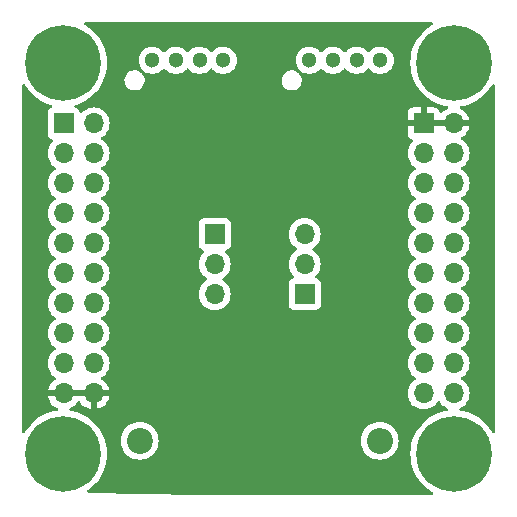
<source format=gbr>
%TF.GenerationSoftware,KiCad,Pcbnew,7.0.9*%
%TF.CreationDate,2023-12-29T11:45:24+09:00*%
%TF.ProjectId,CAT4238_Unit,43415434-3233-4385-9f55-6e69742e6b69,rev?*%
%TF.SameCoordinates,Original*%
%TF.FileFunction,Copper,L4,Inr*%
%TF.FilePolarity,Positive*%
%FSLAX46Y46*%
G04 Gerber Fmt 4.6, Leading zero omitted, Abs format (unit mm)*
G04 Created by KiCad (PCBNEW 7.0.9) date 2023-12-29 11:45:24*
%MOMM*%
%LPD*%
G01*
G04 APERTURE LIST*
%TA.AperFunction,ComponentPad*%
%ADD10R,1.700000X1.700000*%
%TD*%
%TA.AperFunction,ComponentPad*%
%ADD11O,1.700000X1.700000*%
%TD*%
%TA.AperFunction,ComponentPad*%
%ADD12C,0.800000*%
%TD*%
%TA.AperFunction,ComponentPad*%
%ADD13C,6.400000*%
%TD*%
%TA.AperFunction,ComponentPad*%
%ADD14C,2.200000*%
%TD*%
%TA.AperFunction,ComponentPad*%
%ADD15O,2.200000X2.200000*%
%TD*%
%TA.AperFunction,ComponentPad*%
%ADD16C,1.300000*%
%TD*%
G04 APERTURE END LIST*
D10*
%TO.N,+5V*%
%TO.C,J5*%
X135890000Y-81240000D03*
D11*
X138430000Y-81240000D03*
%TO.N,/EN*%
X135890000Y-83780000D03*
%TO.N,/IO34*%
X138430000Y-83780000D03*
%TO.N,/IO32*%
X135890000Y-86320000D03*
%TO.N,/IO35*%
X138430000Y-86320000D03*
%TO.N,/IO25*%
X135890000Y-88860000D03*
%TO.N,/IO33*%
X138430000Y-88860000D03*
%TO.N,/IO27*%
X135890000Y-91400000D03*
%TO.N,/IO26*%
X138430000Y-91400000D03*
%TO.N,/IO12*%
X135890000Y-93940000D03*
%TO.N,/IO14*%
X138430000Y-93940000D03*
%TO.N,unconnected-(J5-Pin_13-Pad13)*%
X135890000Y-96480000D03*
%TO.N,unconnected-(J5-Pin_14-Pad14)*%
X138430000Y-96480000D03*
%TO.N,unconnected-(J5-Pin_15-Pad15)*%
X135890000Y-99020000D03*
%TO.N,unconnected-(J5-Pin_16-Pad16)*%
X138430000Y-99020000D03*
%TO.N,GND*%
X135890000Y-101560000D03*
X138430000Y-101560000D03*
%TO.N,+3V3*%
X135890000Y-104100000D03*
X138430000Y-104100000D03*
%TD*%
D12*
%TO.N,N/C*%
%TO.C,H2*%
X133450000Y-109220000D03*
X134152944Y-107522944D03*
X134152944Y-110917056D03*
X135850000Y-106820000D03*
D13*
X135850000Y-109220000D03*
D12*
X135850000Y-111620000D03*
X137547056Y-107522944D03*
X137547056Y-110917056D03*
X138250000Y-109220000D03*
%TD*%
D14*
%TO.N,+5V*%
%TO.C,L1*%
X142340000Y-108100000D03*
D15*
%TO.N,Net-(IC1-SW)*%
X162660000Y-108100000D03*
%TD*%
D12*
%TO.N,N/C*%
%TO.C,H1*%
X133450000Y-76120000D03*
X134152944Y-74422944D03*
X134152944Y-77817056D03*
X135850000Y-73720000D03*
D13*
X135850000Y-76120000D03*
D12*
X135850000Y-78520000D03*
X137547056Y-74422944D03*
X137547056Y-77817056D03*
X138250000Y-76120000D03*
%TD*%
D10*
%TO.N,+3V3*%
%TO.C,J6*%
X166370000Y-81240000D03*
D11*
X168910000Y-81240000D03*
%TO.N,GND*%
X166370000Y-83780000D03*
X168910000Y-83780000D03*
%TO.N,/TXD0*%
X166370000Y-86320000D03*
%TO.N,/IO22*%
X168910000Y-86320000D03*
%TO.N,/IO21*%
X166370000Y-88860000D03*
%TO.N,/RXD0*%
X168910000Y-88860000D03*
%TO.N,/IO18*%
X166370000Y-91400000D03*
%TO.N,/IO19*%
X168910000Y-91400000D03*
%TO.N,/IO17*%
X166370000Y-93940000D03*
%TO.N,/IO5*%
X168910000Y-93940000D03*
%TO.N,/IO4*%
X166370000Y-96480000D03*
%TO.N,/IO16*%
X168910000Y-96480000D03*
%TO.N,/IO2*%
X166370000Y-99020000D03*
%TO.N,/IO0*%
X168910000Y-99020000D03*
%TO.N,/IO15*%
X166370000Y-101560000D03*
%TO.N,/IO13*%
X168910000Y-101560000D03*
%TO.N,+5V*%
X166370000Y-104100000D03*
X168910000Y-104100000D03*
%TD*%
D16*
%TO.N,GND*%
%TO.C,J2*%
X143400000Y-75900000D03*
%TO.N,/IO21*%
X145400000Y-75900000D03*
%TO.N,/IO32*%
X147400000Y-75900000D03*
%TO.N,+5V*%
X149400000Y-75900000D03*
%TD*%
D12*
%TO.N,N/C*%
%TO.C,H3*%
X166550000Y-76120000D03*
X167252944Y-74422944D03*
X167252944Y-77817056D03*
X168950000Y-73720000D03*
D13*
X168950000Y-76120000D03*
D12*
X168950000Y-78520000D03*
X170647056Y-74422944D03*
X170647056Y-77817056D03*
X171350000Y-76120000D03*
%TD*%
D10*
%TO.N,/SHDN*%
%TO.C,J3*%
X148680000Y-90620000D03*
D11*
%TO.N,unconnected-(J3-Pin_2-Pad2)*%
X148680000Y-93160000D03*
%TO.N,+5V*%
X148680000Y-95700000D03*
%TD*%
D16*
%TO.N,GND*%
%TO.C,J1*%
X156700000Y-75900000D03*
%TO.N,/IO21*%
X158700000Y-75900000D03*
%TO.N,/LED_-*%
X160700000Y-75900000D03*
%TO.N,/LED_+*%
X162700000Y-75900000D03*
%TD*%
D12*
%TO.N,N/C*%
%TO.C,H4*%
X166550000Y-109220000D03*
X167252944Y-107522944D03*
X167252944Y-110917056D03*
X168950000Y-106820000D03*
D13*
X168950000Y-109220000D03*
D12*
X168950000Y-111620000D03*
X170647056Y-107522944D03*
X170647056Y-110917056D03*
X171350000Y-109220000D03*
%TD*%
D10*
%TO.N,Net-(IC1-SW)*%
%TO.C,J4*%
X156300000Y-95700000D03*
D11*
%TO.N,GND*%
X156300000Y-93160000D03*
%TO.N,/LED_-*%
X156300000Y-90620000D03*
%TD*%
%TA.AperFunction,Conductor*%
%TO.N,+3V3*%
G36*
X167119515Y-72690185D02*
G01*
X167165270Y-72742989D01*
X167175214Y-72812147D01*
X167146189Y-72875703D01*
X167108770Y-72904985D01*
X167097211Y-72910874D01*
X167097208Y-72910875D01*
X166771917Y-73122122D01*
X166470488Y-73366215D01*
X166470480Y-73366222D01*
X166196222Y-73640480D01*
X166196215Y-73640488D01*
X165952122Y-73941917D01*
X165740877Y-74267206D01*
X165564787Y-74612802D01*
X165425788Y-74974905D01*
X165325397Y-75349570D01*
X165325397Y-75349572D01*
X165264722Y-75732660D01*
X165244422Y-76119999D01*
X165244422Y-76120000D01*
X165264722Y-76507339D01*
X165314806Y-76823556D01*
X165325398Y-76890433D01*
X165408150Y-77199270D01*
X165425788Y-77265094D01*
X165564787Y-77627197D01*
X165740877Y-77972793D01*
X165952122Y-78298082D01*
X166043345Y-78410733D01*
X166196219Y-78599516D01*
X166470484Y-78873781D01*
X166470488Y-78873784D01*
X166771917Y-79117877D01*
X167097206Y-79329122D01*
X167097211Y-79329125D01*
X167442806Y-79505214D01*
X167804913Y-79644214D01*
X168179567Y-79744602D01*
X168333560Y-79768991D01*
X168396693Y-79798920D01*
X168433625Y-79858231D01*
X168432627Y-79928094D01*
X168394018Y-79986326D01*
X168366567Y-80003846D01*
X168232419Y-80066401D01*
X168038926Y-80201886D01*
X167916477Y-80324335D01*
X167855154Y-80357819D01*
X167785462Y-80352835D01*
X167729529Y-80310963D01*
X167712614Y-80279986D01*
X167663354Y-80147913D01*
X167663350Y-80147906D01*
X167577190Y-80032812D01*
X167577187Y-80032809D01*
X167462093Y-79946649D01*
X167462086Y-79946645D01*
X167327379Y-79896403D01*
X167327372Y-79896401D01*
X167267844Y-79890000D01*
X166620000Y-79890000D01*
X166620000Y-80804498D01*
X166512315Y-80755320D01*
X166405763Y-80740000D01*
X166334237Y-80740000D01*
X166227685Y-80755320D01*
X166120000Y-80804498D01*
X166120000Y-79890000D01*
X165472155Y-79890000D01*
X165412627Y-79896401D01*
X165412620Y-79896403D01*
X165277913Y-79946645D01*
X165277906Y-79946649D01*
X165162812Y-80032809D01*
X165162809Y-80032812D01*
X165076649Y-80147906D01*
X165076645Y-80147913D01*
X165026403Y-80282620D01*
X165026401Y-80282627D01*
X165020000Y-80342155D01*
X165020000Y-80990000D01*
X165936314Y-80990000D01*
X165910507Y-81030156D01*
X165870000Y-81168111D01*
X165870000Y-81311889D01*
X165910507Y-81449844D01*
X165936314Y-81490000D01*
X165020000Y-81490000D01*
X165020000Y-82137844D01*
X165026401Y-82197372D01*
X165026403Y-82197379D01*
X165076645Y-82332086D01*
X165076649Y-82332093D01*
X165162809Y-82447187D01*
X165162812Y-82447190D01*
X165277906Y-82533350D01*
X165277913Y-82533354D01*
X165409470Y-82582421D01*
X165465403Y-82624292D01*
X165489821Y-82689756D01*
X165474970Y-82758029D01*
X165453819Y-82786284D01*
X165331503Y-82908600D01*
X165195965Y-83102169D01*
X165195964Y-83102171D01*
X165096098Y-83316335D01*
X165096094Y-83316344D01*
X165034938Y-83544586D01*
X165034936Y-83544596D01*
X165014341Y-83779999D01*
X165014341Y-83780000D01*
X165034936Y-84015403D01*
X165034938Y-84015413D01*
X165096094Y-84243655D01*
X165096096Y-84243659D01*
X165096097Y-84243663D01*
X165100000Y-84252032D01*
X165195965Y-84457830D01*
X165195967Y-84457834D01*
X165304281Y-84612521D01*
X165331501Y-84651396D01*
X165331506Y-84651402D01*
X165498597Y-84818493D01*
X165498603Y-84818498D01*
X165684158Y-84948425D01*
X165727783Y-85003002D01*
X165734977Y-85072500D01*
X165703454Y-85134855D01*
X165684158Y-85151575D01*
X165498597Y-85281505D01*
X165331505Y-85448597D01*
X165195965Y-85642169D01*
X165195964Y-85642171D01*
X165096098Y-85856335D01*
X165096094Y-85856344D01*
X165034938Y-86084586D01*
X165034936Y-86084596D01*
X165014341Y-86319999D01*
X165014341Y-86320000D01*
X165034936Y-86555403D01*
X165034938Y-86555413D01*
X165096094Y-86783655D01*
X165096096Y-86783659D01*
X165096097Y-86783663D01*
X165100000Y-86792032D01*
X165195965Y-86997830D01*
X165195967Y-86997834D01*
X165304281Y-87152521D01*
X165331501Y-87191396D01*
X165331506Y-87191402D01*
X165498597Y-87358493D01*
X165498603Y-87358498D01*
X165684158Y-87488425D01*
X165727783Y-87543002D01*
X165734977Y-87612500D01*
X165703454Y-87674855D01*
X165684158Y-87691575D01*
X165498597Y-87821505D01*
X165331505Y-87988597D01*
X165195965Y-88182169D01*
X165195964Y-88182171D01*
X165096098Y-88396335D01*
X165096094Y-88396344D01*
X165034938Y-88624586D01*
X165034936Y-88624596D01*
X165014341Y-88859999D01*
X165014341Y-88860000D01*
X165034936Y-89095403D01*
X165034938Y-89095413D01*
X165096094Y-89323655D01*
X165096096Y-89323659D01*
X165096097Y-89323663D01*
X165176004Y-89495023D01*
X165195965Y-89537830D01*
X165195967Y-89537834D01*
X165226547Y-89581506D01*
X165331501Y-89731396D01*
X165331506Y-89731402D01*
X165498597Y-89898493D01*
X165498603Y-89898498D01*
X165684158Y-90028425D01*
X165727783Y-90083002D01*
X165734977Y-90152500D01*
X165703454Y-90214855D01*
X165684158Y-90231575D01*
X165498597Y-90361505D01*
X165331505Y-90528597D01*
X165195965Y-90722169D01*
X165195964Y-90722171D01*
X165096098Y-90936335D01*
X165096094Y-90936344D01*
X165034938Y-91164586D01*
X165034936Y-91164596D01*
X165014341Y-91399999D01*
X165014341Y-91400000D01*
X165034936Y-91635403D01*
X165034938Y-91635413D01*
X165096094Y-91863655D01*
X165096096Y-91863659D01*
X165096097Y-91863663D01*
X165145916Y-91970499D01*
X165195965Y-92077830D01*
X165195967Y-92077834D01*
X165258174Y-92166674D01*
X165331501Y-92271396D01*
X165331506Y-92271402D01*
X165498597Y-92438493D01*
X165498603Y-92438498D01*
X165684158Y-92568425D01*
X165727783Y-92623002D01*
X165734977Y-92692500D01*
X165703454Y-92754855D01*
X165684158Y-92771575D01*
X165498597Y-92901505D01*
X165331505Y-93068597D01*
X165195965Y-93262169D01*
X165195964Y-93262171D01*
X165096098Y-93476335D01*
X165096094Y-93476344D01*
X165034938Y-93704586D01*
X165034936Y-93704596D01*
X165014341Y-93939999D01*
X165014341Y-93940000D01*
X165034936Y-94175403D01*
X165034938Y-94175413D01*
X165096094Y-94403655D01*
X165096096Y-94403659D01*
X165096097Y-94403663D01*
X165130294Y-94476998D01*
X165195965Y-94617830D01*
X165195967Y-94617834D01*
X165226547Y-94661506D01*
X165331501Y-94811396D01*
X165331506Y-94811402D01*
X165498597Y-94978493D01*
X165498603Y-94978498D01*
X165684158Y-95108425D01*
X165727783Y-95163002D01*
X165734977Y-95232500D01*
X165703454Y-95294855D01*
X165684158Y-95311575D01*
X165498597Y-95441505D01*
X165331505Y-95608597D01*
X165195965Y-95802169D01*
X165195964Y-95802171D01*
X165096098Y-96016335D01*
X165096094Y-96016344D01*
X165034938Y-96244586D01*
X165034936Y-96244596D01*
X165014341Y-96479999D01*
X165014341Y-96480000D01*
X165034936Y-96715403D01*
X165034938Y-96715413D01*
X165096094Y-96943655D01*
X165096096Y-96943659D01*
X165096097Y-96943663D01*
X165145915Y-97050498D01*
X165195965Y-97157830D01*
X165195967Y-97157834D01*
X165304281Y-97312521D01*
X165331501Y-97351396D01*
X165331506Y-97351402D01*
X165498597Y-97518493D01*
X165498603Y-97518498D01*
X165684158Y-97648425D01*
X165727783Y-97703002D01*
X165734977Y-97772500D01*
X165703454Y-97834855D01*
X165684158Y-97851575D01*
X165498597Y-97981505D01*
X165331505Y-98148597D01*
X165195965Y-98342169D01*
X165195964Y-98342171D01*
X165096098Y-98556335D01*
X165096094Y-98556344D01*
X165034938Y-98784586D01*
X165034936Y-98784596D01*
X165014341Y-99019999D01*
X165014341Y-99020000D01*
X165034936Y-99255403D01*
X165034938Y-99255413D01*
X165096094Y-99483655D01*
X165096096Y-99483659D01*
X165096097Y-99483663D01*
X165100000Y-99492032D01*
X165195965Y-99697830D01*
X165195967Y-99697834D01*
X165304281Y-99852521D01*
X165331501Y-99891396D01*
X165331506Y-99891402D01*
X165498597Y-100058493D01*
X165498603Y-100058498D01*
X165684158Y-100188425D01*
X165727783Y-100243002D01*
X165734977Y-100312500D01*
X165703454Y-100374855D01*
X165684158Y-100391575D01*
X165498597Y-100521505D01*
X165331505Y-100688597D01*
X165195965Y-100882169D01*
X165195964Y-100882171D01*
X165096098Y-101096335D01*
X165096094Y-101096344D01*
X165034938Y-101324586D01*
X165034936Y-101324596D01*
X165014341Y-101559999D01*
X165014341Y-101560000D01*
X165034936Y-101795403D01*
X165034938Y-101795413D01*
X165096094Y-102023655D01*
X165096096Y-102023659D01*
X165096097Y-102023663D01*
X165100000Y-102032032D01*
X165195965Y-102237830D01*
X165195967Y-102237834D01*
X165304281Y-102392521D01*
X165331501Y-102431396D01*
X165331506Y-102431402D01*
X165498597Y-102598493D01*
X165498603Y-102598498D01*
X165684158Y-102728425D01*
X165727783Y-102783002D01*
X165734977Y-102852500D01*
X165703454Y-102914855D01*
X165684158Y-102931575D01*
X165498597Y-103061505D01*
X165331505Y-103228597D01*
X165195965Y-103422169D01*
X165195964Y-103422171D01*
X165096098Y-103636335D01*
X165096094Y-103636344D01*
X165034938Y-103864586D01*
X165034936Y-103864596D01*
X165014341Y-104099999D01*
X165014341Y-104100000D01*
X165034936Y-104335403D01*
X165034938Y-104335413D01*
X165096094Y-104563655D01*
X165096096Y-104563659D01*
X165096097Y-104563663D01*
X165175597Y-104734151D01*
X165195965Y-104777830D01*
X165195967Y-104777834D01*
X165304281Y-104932521D01*
X165331505Y-104971401D01*
X165498599Y-105138495D01*
X165595384Y-105206265D01*
X165692165Y-105274032D01*
X165692167Y-105274033D01*
X165692170Y-105274035D01*
X165906337Y-105373903D01*
X166134592Y-105435063D01*
X166322918Y-105451539D01*
X166369999Y-105455659D01*
X166370000Y-105455659D01*
X166370001Y-105455659D01*
X166409234Y-105452226D01*
X166605408Y-105435063D01*
X166833663Y-105373903D01*
X167047830Y-105274035D01*
X167241401Y-105138495D01*
X167408495Y-104971401D01*
X167538425Y-104785842D01*
X167593002Y-104742217D01*
X167662500Y-104735023D01*
X167724855Y-104766546D01*
X167741575Y-104785842D01*
X167871500Y-104971395D01*
X167871505Y-104971401D01*
X168038599Y-105138495D01*
X168135384Y-105206265D01*
X168232165Y-105274032D01*
X168232167Y-105274033D01*
X168232170Y-105274035D01*
X168336003Y-105322453D01*
X168365682Y-105336293D01*
X168418121Y-105382466D01*
X168437273Y-105449659D01*
X168417057Y-105516540D01*
X168363892Y-105561875D01*
X168332675Y-105571148D01*
X168179572Y-105595397D01*
X168179570Y-105595397D01*
X167804905Y-105695788D01*
X167442802Y-105834787D01*
X167097206Y-106010877D01*
X166771917Y-106222122D01*
X166470488Y-106466215D01*
X166470480Y-106466222D01*
X166196222Y-106740480D01*
X166196215Y-106740488D01*
X165952122Y-107041917D01*
X165740877Y-107367206D01*
X165564787Y-107712802D01*
X165425788Y-108074905D01*
X165325397Y-108449570D01*
X165325397Y-108449572D01*
X165264722Y-108832660D01*
X165244422Y-109219999D01*
X165244422Y-109220000D01*
X165264722Y-109607339D01*
X165325397Y-109990427D01*
X165325397Y-109990429D01*
X165425788Y-110365094D01*
X165564787Y-110727197D01*
X165740877Y-111072793D01*
X165952122Y-111398082D01*
X165952124Y-111398084D01*
X166196219Y-111699516D01*
X166470484Y-111973781D01*
X166470488Y-111973784D01*
X166771917Y-112217877D01*
X167097208Y-112429124D01*
X167097211Y-112429125D01*
X167108770Y-112435015D01*
X167159566Y-112482989D01*
X167176362Y-112550809D01*
X167153825Y-112616944D01*
X167099111Y-112660397D01*
X167052476Y-112669500D01*
X147355431Y-112669500D01*
X137996954Y-112508542D01*
X137930263Y-112487707D01*
X137885422Y-112434124D01*
X137876670Y-112364805D01*
X137906783Y-112301758D01*
X137931551Y-112280565D01*
X138028082Y-112217877D01*
X138028084Y-112217876D01*
X138329516Y-111973781D01*
X138603781Y-111699516D01*
X138847876Y-111398084D01*
X139059125Y-111072789D01*
X139235214Y-110727194D01*
X139374214Y-110365087D01*
X139474602Y-109990433D01*
X139535278Y-109607338D01*
X139555578Y-109220000D01*
X139535278Y-108832662D01*
X139474602Y-108449567D01*
X139380936Y-108100000D01*
X140734551Y-108100000D01*
X140754317Y-108351151D01*
X140813126Y-108596110D01*
X140909533Y-108828859D01*
X141041160Y-109043653D01*
X141041161Y-109043656D01*
X141041164Y-109043659D01*
X141204776Y-109235224D01*
X141353066Y-109361875D01*
X141396343Y-109398838D01*
X141396346Y-109398839D01*
X141611140Y-109530466D01*
X141843889Y-109626873D01*
X142088852Y-109685683D01*
X142340000Y-109705449D01*
X142591148Y-109685683D01*
X142836111Y-109626873D01*
X143068859Y-109530466D01*
X143283659Y-109398836D01*
X143475224Y-109235224D01*
X143638836Y-109043659D01*
X143770466Y-108828859D01*
X143866873Y-108596111D01*
X143925683Y-108351148D01*
X143945449Y-108100000D01*
X161054551Y-108100000D01*
X161074317Y-108351151D01*
X161133126Y-108596110D01*
X161229533Y-108828859D01*
X161361160Y-109043653D01*
X161361161Y-109043656D01*
X161361164Y-109043659D01*
X161524776Y-109235224D01*
X161673066Y-109361875D01*
X161716343Y-109398838D01*
X161716346Y-109398839D01*
X161931140Y-109530466D01*
X162163889Y-109626873D01*
X162408852Y-109685683D01*
X162660000Y-109705449D01*
X162911148Y-109685683D01*
X163156111Y-109626873D01*
X163388859Y-109530466D01*
X163603659Y-109398836D01*
X163795224Y-109235224D01*
X163958836Y-109043659D01*
X164090466Y-108828859D01*
X164186873Y-108596111D01*
X164245683Y-108351148D01*
X164265449Y-108100000D01*
X164245683Y-107848852D01*
X164186873Y-107603889D01*
X164109125Y-107416188D01*
X164090466Y-107371140D01*
X163958839Y-107156346D01*
X163958838Y-107156343D01*
X163921875Y-107113066D01*
X163795224Y-106964776D01*
X163668571Y-106856604D01*
X163603656Y-106801161D01*
X163603653Y-106801160D01*
X163388859Y-106669533D01*
X163156110Y-106573126D01*
X162911151Y-106514317D01*
X162660000Y-106494551D01*
X162408848Y-106514317D01*
X162163889Y-106573126D01*
X161931140Y-106669533D01*
X161716346Y-106801160D01*
X161716343Y-106801161D01*
X161524776Y-106964776D01*
X161361161Y-107156343D01*
X161361160Y-107156346D01*
X161229533Y-107371140D01*
X161133126Y-107603889D01*
X161074317Y-107848848D01*
X161054551Y-108100000D01*
X143945449Y-108100000D01*
X143925683Y-107848852D01*
X143866873Y-107603889D01*
X143789125Y-107416188D01*
X143770466Y-107371140D01*
X143638839Y-107156346D01*
X143638838Y-107156343D01*
X143601875Y-107113066D01*
X143475224Y-106964776D01*
X143348571Y-106856604D01*
X143283656Y-106801161D01*
X143283653Y-106801160D01*
X143068859Y-106669533D01*
X142836110Y-106573126D01*
X142591151Y-106514317D01*
X142340000Y-106494551D01*
X142088848Y-106514317D01*
X141843889Y-106573126D01*
X141611140Y-106669533D01*
X141396346Y-106801160D01*
X141396343Y-106801161D01*
X141204776Y-106964776D01*
X141041161Y-107156343D01*
X141041160Y-107156346D01*
X140909533Y-107371140D01*
X140813126Y-107603889D01*
X140754317Y-107848848D01*
X140734551Y-108100000D01*
X139380936Y-108100000D01*
X139374214Y-108074913D01*
X139235214Y-107712806D01*
X139059125Y-107367211D01*
X139059122Y-107367207D01*
X139059122Y-107367206D01*
X138847877Y-107041917D01*
X138603784Y-106740488D01*
X138603781Y-106740484D01*
X138329516Y-106466219D01*
X138028084Y-106222124D01*
X138028082Y-106222122D01*
X137702793Y-106010877D01*
X137357197Y-105834787D01*
X136995094Y-105695788D01*
X136995087Y-105695786D01*
X136620433Y-105595398D01*
X136620429Y-105595397D01*
X136620428Y-105595397D01*
X136466440Y-105571008D01*
X136403305Y-105541079D01*
X136366374Y-105481767D01*
X136367372Y-105411905D01*
X136405982Y-105353672D01*
X136433433Y-105336153D01*
X136567578Y-105273600D01*
X136761082Y-105138105D01*
X136928105Y-104971082D01*
X137058425Y-104784968D01*
X137113002Y-104741344D01*
X137182501Y-104734151D01*
X137244855Y-104765673D01*
X137261575Y-104784968D01*
X137391894Y-104971082D01*
X137558917Y-105138105D01*
X137752421Y-105273600D01*
X137966507Y-105373429D01*
X137966516Y-105373433D01*
X138180000Y-105430634D01*
X138180000Y-104535501D01*
X138287685Y-104584680D01*
X138394237Y-104600000D01*
X138465763Y-104600000D01*
X138572315Y-104584680D01*
X138680000Y-104535501D01*
X138680000Y-105430633D01*
X138893483Y-105373433D01*
X138893492Y-105373429D01*
X139107578Y-105273600D01*
X139301082Y-105138105D01*
X139468105Y-104971082D01*
X139603600Y-104777578D01*
X139703429Y-104563492D01*
X139703432Y-104563486D01*
X139760636Y-104350000D01*
X138863686Y-104350000D01*
X138889493Y-104309844D01*
X138930000Y-104171889D01*
X138930000Y-104028111D01*
X138889493Y-103890156D01*
X138863686Y-103850000D01*
X139760636Y-103850000D01*
X139760635Y-103849999D01*
X139703432Y-103636513D01*
X139703429Y-103636507D01*
X139603600Y-103422422D01*
X139603599Y-103422420D01*
X139468113Y-103228926D01*
X139468108Y-103228920D01*
X139301078Y-103061890D01*
X139115405Y-102931879D01*
X139071780Y-102877302D01*
X139064588Y-102807804D01*
X139096110Y-102745449D01*
X139115406Y-102728730D01*
X139115842Y-102728425D01*
X139301401Y-102598495D01*
X139468495Y-102431401D01*
X139604035Y-102237830D01*
X139703903Y-102023663D01*
X139765063Y-101795408D01*
X139785659Y-101560000D01*
X139765063Y-101324592D01*
X139703903Y-101096337D01*
X139604035Y-100882171D01*
X139598425Y-100874158D01*
X139468494Y-100688597D01*
X139301402Y-100521506D01*
X139301396Y-100521501D01*
X139115842Y-100391575D01*
X139072217Y-100336998D01*
X139065023Y-100267500D01*
X139096546Y-100205145D01*
X139115842Y-100188425D01*
X139138026Y-100172891D01*
X139301401Y-100058495D01*
X139468495Y-99891401D01*
X139604035Y-99697830D01*
X139703903Y-99483663D01*
X139765063Y-99255408D01*
X139785659Y-99020000D01*
X139765063Y-98784592D01*
X139703903Y-98556337D01*
X139604035Y-98342171D01*
X139598425Y-98334158D01*
X139468494Y-98148597D01*
X139301402Y-97981506D01*
X139301396Y-97981501D01*
X139115842Y-97851575D01*
X139072217Y-97796998D01*
X139065023Y-97727500D01*
X139096546Y-97665145D01*
X139115842Y-97648425D01*
X139138026Y-97632891D01*
X139301401Y-97518495D01*
X139468495Y-97351401D01*
X139604035Y-97157830D01*
X139703903Y-96943663D01*
X139765063Y-96715408D01*
X139785659Y-96480000D01*
X139765063Y-96244592D01*
X139703903Y-96016337D01*
X139604035Y-95802171D01*
X139598425Y-95794158D01*
X139532495Y-95700000D01*
X147324341Y-95700000D01*
X147344936Y-95935403D01*
X147344938Y-95935413D01*
X147406094Y-96163655D01*
X147406096Y-96163659D01*
X147406097Y-96163663D01*
X147443832Y-96244586D01*
X147505965Y-96377830D01*
X147505967Y-96377834D01*
X147577505Y-96480000D01*
X147641505Y-96571401D01*
X147808599Y-96738495D01*
X147905384Y-96806265D01*
X148002165Y-96874032D01*
X148002167Y-96874033D01*
X148002170Y-96874035D01*
X148216337Y-96973903D01*
X148444592Y-97035063D01*
X148621034Y-97050500D01*
X148679999Y-97055659D01*
X148680000Y-97055659D01*
X148680001Y-97055659D01*
X148738966Y-97050500D01*
X148915408Y-97035063D01*
X149143663Y-96973903D01*
X149357830Y-96874035D01*
X149551401Y-96738495D01*
X149718495Y-96571401D01*
X149854035Y-96377830D01*
X149953903Y-96163663D01*
X150015063Y-95935408D01*
X150035659Y-95700000D01*
X150015063Y-95464592D01*
X149953903Y-95236337D01*
X149854035Y-95022171D01*
X149823452Y-94978493D01*
X149718494Y-94828597D01*
X149551402Y-94661506D01*
X149551396Y-94661501D01*
X149365842Y-94531575D01*
X149322217Y-94476998D01*
X149315023Y-94407500D01*
X149346546Y-94345145D01*
X149365842Y-94328425D01*
X149478054Y-94249853D01*
X149551401Y-94198495D01*
X149718495Y-94031401D01*
X149854035Y-93837830D01*
X149953903Y-93623663D01*
X150015063Y-93395408D01*
X150035659Y-93160000D01*
X154944341Y-93160000D01*
X154964936Y-93395403D01*
X154964938Y-93395413D01*
X155026094Y-93623655D01*
X155026096Y-93623659D01*
X155026097Y-93623663D01*
X155063832Y-93704586D01*
X155125965Y-93837830D01*
X155125967Y-93837834D01*
X155197505Y-93940000D01*
X155261501Y-94031396D01*
X155261506Y-94031402D01*
X155383430Y-94153326D01*
X155416915Y-94214649D01*
X155411931Y-94284341D01*
X155370059Y-94340274D01*
X155339083Y-94357189D01*
X155207669Y-94406203D01*
X155207664Y-94406206D01*
X155092455Y-94492452D01*
X155092452Y-94492455D01*
X155006206Y-94607664D01*
X155006202Y-94607671D01*
X154955908Y-94742517D01*
X154949501Y-94802116D01*
X154949501Y-94802123D01*
X154949500Y-94802135D01*
X154949500Y-96597870D01*
X154949501Y-96597876D01*
X154955908Y-96657483D01*
X155006202Y-96792328D01*
X155006206Y-96792335D01*
X155092452Y-96907544D01*
X155092455Y-96907547D01*
X155207664Y-96993793D01*
X155207671Y-96993797D01*
X155342517Y-97044091D01*
X155342516Y-97044091D01*
X155349444Y-97044835D01*
X155402127Y-97050500D01*
X157197872Y-97050499D01*
X157257483Y-97044091D01*
X157392331Y-96993796D01*
X157507546Y-96907546D01*
X157593796Y-96792331D01*
X157644091Y-96657483D01*
X157650500Y-96597873D01*
X157650499Y-94802128D01*
X157644091Y-94742517D01*
X157597587Y-94617834D01*
X157593797Y-94607671D01*
X157593793Y-94607664D01*
X157507547Y-94492455D01*
X157507544Y-94492452D01*
X157392335Y-94406206D01*
X157392328Y-94406202D01*
X157260917Y-94357189D01*
X157204983Y-94315318D01*
X157180566Y-94249853D01*
X157195418Y-94181580D01*
X157216563Y-94153332D01*
X157338495Y-94031401D01*
X157474035Y-93837830D01*
X157573903Y-93623663D01*
X157635063Y-93395408D01*
X157655659Y-93160000D01*
X157635063Y-92924592D01*
X157573903Y-92696337D01*
X157474035Y-92482171D01*
X157443452Y-92438493D01*
X157338494Y-92288597D01*
X157171402Y-92121506D01*
X157171396Y-92121501D01*
X156985842Y-91991575D01*
X156942217Y-91936998D01*
X156935023Y-91867500D01*
X156966546Y-91805145D01*
X156985842Y-91788425D01*
X157008026Y-91772891D01*
X157171401Y-91658495D01*
X157338495Y-91491401D01*
X157474035Y-91297830D01*
X157573903Y-91083663D01*
X157635063Y-90855408D01*
X157655659Y-90620000D01*
X157635063Y-90384592D01*
X157573903Y-90156337D01*
X157474035Y-89942171D01*
X157443452Y-89898493D01*
X157338494Y-89748597D01*
X157171402Y-89581506D01*
X157171395Y-89581501D01*
X156977834Y-89445967D01*
X156977830Y-89445965D01*
X156977828Y-89445964D01*
X156763663Y-89346097D01*
X156763659Y-89346096D01*
X156763655Y-89346094D01*
X156535413Y-89284938D01*
X156535403Y-89284936D01*
X156300001Y-89264341D01*
X156299999Y-89264341D01*
X156064596Y-89284936D01*
X156064586Y-89284938D01*
X155836344Y-89346094D01*
X155836335Y-89346098D01*
X155622171Y-89445964D01*
X155622169Y-89445965D01*
X155428597Y-89581505D01*
X155261505Y-89748597D01*
X155125965Y-89942169D01*
X155125964Y-89942171D01*
X155026098Y-90156335D01*
X155026094Y-90156344D01*
X154964938Y-90384586D01*
X154964936Y-90384596D01*
X154944341Y-90619999D01*
X154944341Y-90620000D01*
X154964936Y-90855403D01*
X154964938Y-90855413D01*
X155026094Y-91083655D01*
X155026096Y-91083659D01*
X155026097Y-91083663D01*
X155063832Y-91164586D01*
X155125965Y-91297830D01*
X155125967Y-91297834D01*
X155261501Y-91491395D01*
X155261506Y-91491402D01*
X155428597Y-91658493D01*
X155428603Y-91658498D01*
X155614158Y-91788425D01*
X155657783Y-91843002D01*
X155664977Y-91912500D01*
X155633454Y-91974855D01*
X155614158Y-91991575D01*
X155428597Y-92121505D01*
X155261505Y-92288597D01*
X155125965Y-92482169D01*
X155125964Y-92482171D01*
X155026098Y-92696335D01*
X155026094Y-92696344D01*
X154964938Y-92924586D01*
X154964936Y-92924596D01*
X154944341Y-93159999D01*
X154944341Y-93160000D01*
X150035659Y-93160000D01*
X150015063Y-92924592D01*
X149953903Y-92696337D01*
X149854035Y-92482171D01*
X149823451Y-92438493D01*
X149718496Y-92288600D01*
X149701291Y-92271395D01*
X149596567Y-92166671D01*
X149563084Y-92105351D01*
X149568068Y-92035659D01*
X149609939Y-91979725D01*
X149640915Y-91962810D01*
X149772331Y-91913796D01*
X149887546Y-91827546D01*
X149973796Y-91712331D01*
X150024091Y-91577483D01*
X150030500Y-91517873D01*
X150030499Y-89722128D01*
X150024091Y-89662517D01*
X149977587Y-89537834D01*
X149973797Y-89527671D01*
X149973793Y-89527664D01*
X149887547Y-89412455D01*
X149887544Y-89412452D01*
X149772335Y-89326206D01*
X149772328Y-89326202D01*
X149637482Y-89275908D01*
X149637483Y-89275908D01*
X149577883Y-89269501D01*
X149577881Y-89269500D01*
X149577873Y-89269500D01*
X149577864Y-89269500D01*
X147782129Y-89269500D01*
X147782123Y-89269501D01*
X147722516Y-89275908D01*
X147587671Y-89326202D01*
X147587664Y-89326206D01*
X147472455Y-89412452D01*
X147472452Y-89412455D01*
X147386206Y-89527664D01*
X147386202Y-89527671D01*
X147335908Y-89662517D01*
X147329501Y-89722116D01*
X147329501Y-89722123D01*
X147329500Y-89722135D01*
X147329500Y-91517870D01*
X147329501Y-91517876D01*
X147335908Y-91577483D01*
X147386202Y-91712328D01*
X147386206Y-91712335D01*
X147472452Y-91827544D01*
X147472455Y-91827547D01*
X147587664Y-91913793D01*
X147587671Y-91913797D01*
X147719081Y-91962810D01*
X147775015Y-92004681D01*
X147799432Y-92070145D01*
X147784580Y-92138418D01*
X147763430Y-92166673D01*
X147641503Y-92288600D01*
X147505965Y-92482169D01*
X147505964Y-92482171D01*
X147406098Y-92696335D01*
X147406094Y-92696344D01*
X147344938Y-92924586D01*
X147344936Y-92924596D01*
X147324341Y-93159999D01*
X147324341Y-93160000D01*
X147344936Y-93395403D01*
X147344938Y-93395413D01*
X147406094Y-93623655D01*
X147406096Y-93623659D01*
X147406097Y-93623663D01*
X147443832Y-93704586D01*
X147505965Y-93837830D01*
X147505967Y-93837834D01*
X147577505Y-93940000D01*
X147641501Y-94031396D01*
X147641506Y-94031402D01*
X147808597Y-94198493D01*
X147808603Y-94198498D01*
X147994158Y-94328425D01*
X148037783Y-94383002D01*
X148044977Y-94452500D01*
X148013454Y-94514855D01*
X147994158Y-94531575D01*
X147808597Y-94661505D01*
X147641505Y-94828597D01*
X147505965Y-95022169D01*
X147505964Y-95022171D01*
X147406098Y-95236335D01*
X147406094Y-95236344D01*
X147344938Y-95464586D01*
X147344936Y-95464596D01*
X147324341Y-95699999D01*
X147324341Y-95700000D01*
X139532495Y-95700000D01*
X139468494Y-95608597D01*
X139301402Y-95441506D01*
X139301396Y-95441501D01*
X139115842Y-95311575D01*
X139072217Y-95256998D01*
X139065023Y-95187500D01*
X139096546Y-95125145D01*
X139115842Y-95108425D01*
X139239028Y-95022169D01*
X139301401Y-94978495D01*
X139468495Y-94811401D01*
X139604035Y-94617830D01*
X139703903Y-94403663D01*
X139765063Y-94175408D01*
X139785659Y-93940000D01*
X139765063Y-93704592D01*
X139703903Y-93476337D01*
X139604035Y-93262171D01*
X139598425Y-93254158D01*
X139468494Y-93068597D01*
X139301402Y-92901506D01*
X139301396Y-92901501D01*
X139115842Y-92771575D01*
X139072217Y-92716998D01*
X139065023Y-92647500D01*
X139096546Y-92585145D01*
X139115842Y-92568425D01*
X139239028Y-92482169D01*
X139301401Y-92438495D01*
X139468495Y-92271401D01*
X139604035Y-92077830D01*
X139703903Y-91863663D01*
X139765063Y-91635408D01*
X139785659Y-91400000D01*
X139765063Y-91164592D01*
X139703903Y-90936337D01*
X139604035Y-90722171D01*
X139598425Y-90714158D01*
X139468494Y-90528597D01*
X139301402Y-90361506D01*
X139301396Y-90361501D01*
X139115842Y-90231575D01*
X139072217Y-90176998D01*
X139065023Y-90107500D01*
X139096546Y-90045145D01*
X139115842Y-90028425D01*
X139239028Y-89942169D01*
X139301401Y-89898495D01*
X139468495Y-89731401D01*
X139604035Y-89537830D01*
X139703903Y-89323663D01*
X139765063Y-89095408D01*
X139785659Y-88860000D01*
X139765063Y-88624592D01*
X139703903Y-88396337D01*
X139604035Y-88182171D01*
X139598425Y-88174158D01*
X139468494Y-87988597D01*
X139301402Y-87821506D01*
X139301396Y-87821501D01*
X139115842Y-87691575D01*
X139072217Y-87636998D01*
X139065023Y-87567500D01*
X139096546Y-87505145D01*
X139115842Y-87488425D01*
X139138026Y-87472891D01*
X139301401Y-87358495D01*
X139468495Y-87191401D01*
X139604035Y-86997830D01*
X139703903Y-86783663D01*
X139765063Y-86555408D01*
X139785659Y-86320000D01*
X139765063Y-86084592D01*
X139703903Y-85856337D01*
X139604035Y-85642171D01*
X139598425Y-85634158D01*
X139468494Y-85448597D01*
X139301402Y-85281506D01*
X139301396Y-85281501D01*
X139115842Y-85151575D01*
X139072217Y-85096998D01*
X139065023Y-85027500D01*
X139096546Y-84965145D01*
X139115842Y-84948425D01*
X139138026Y-84932891D01*
X139301401Y-84818495D01*
X139468495Y-84651401D01*
X139604035Y-84457830D01*
X139703903Y-84243663D01*
X139765063Y-84015408D01*
X139785659Y-83780000D01*
X139765063Y-83544592D01*
X139703903Y-83316337D01*
X139604035Y-83102171D01*
X139598425Y-83094158D01*
X139468494Y-82908597D01*
X139301402Y-82741506D01*
X139301396Y-82741501D01*
X139115842Y-82611575D01*
X139072217Y-82556998D01*
X139065023Y-82487500D01*
X139096546Y-82425145D01*
X139115842Y-82408425D01*
X139138026Y-82392891D01*
X139301401Y-82278495D01*
X139468495Y-82111401D01*
X139604035Y-81917830D01*
X139703903Y-81703663D01*
X139765063Y-81475408D01*
X139785659Y-81240000D01*
X139765063Y-81004592D01*
X139703903Y-80776337D01*
X139604035Y-80562171D01*
X139468495Y-80368599D01*
X139468494Y-80368597D01*
X139301402Y-80201506D01*
X139301395Y-80201501D01*
X139107834Y-80065967D01*
X139107830Y-80065965D01*
X139036727Y-80032809D01*
X138893663Y-79966097D01*
X138893659Y-79966096D01*
X138893655Y-79966094D01*
X138665413Y-79904938D01*
X138665403Y-79904936D01*
X138430001Y-79884341D01*
X138429999Y-79884341D01*
X138194596Y-79904936D01*
X138194586Y-79904938D01*
X137966344Y-79966094D01*
X137966335Y-79966098D01*
X137752171Y-80065964D01*
X137752169Y-80065965D01*
X137558600Y-80201503D01*
X137436673Y-80323430D01*
X137375350Y-80356914D01*
X137305658Y-80351930D01*
X137249725Y-80310058D01*
X137232810Y-80279081D01*
X137183797Y-80147671D01*
X137183793Y-80147664D01*
X137097547Y-80032455D01*
X137097544Y-80032452D01*
X136982335Y-79946206D01*
X136982328Y-79946202D01*
X136879936Y-79908013D01*
X136824002Y-79866142D01*
X136799585Y-79800678D01*
X136814436Y-79732405D01*
X136863841Y-79682999D01*
X136891169Y-79672058D01*
X136995087Y-79644214D01*
X137357194Y-79505214D01*
X137702789Y-79329125D01*
X138028084Y-79117876D01*
X138329516Y-78873781D01*
X138603781Y-78599516D01*
X138847876Y-78298084D01*
X139059125Y-77972789D01*
X139235214Y-77627194D01*
X139263431Y-77553685D01*
X141045740Y-77553685D01*
X141055755Y-77738406D01*
X141055755Y-77738411D01*
X141105244Y-77916656D01*
X141105247Y-77916662D01*
X141191898Y-78080102D01*
X141254540Y-78153850D01*
X141311663Y-78221100D01*
X141458936Y-78333054D01*
X141626833Y-78410732D01*
X141626834Y-78410732D01*
X141626836Y-78410733D01*
X141681648Y-78422797D01*
X141807503Y-78450500D01*
X141807506Y-78450500D01*
X141946107Y-78450500D01*
X141946113Y-78450500D01*
X142083910Y-78435514D01*
X142259221Y-78376444D01*
X142417736Y-78281070D01*
X142552041Y-78153849D01*
X142655858Y-78000730D01*
X142724331Y-77828875D01*
X142754260Y-77646317D01*
X142749238Y-77553685D01*
X154345740Y-77553685D01*
X154355755Y-77738406D01*
X154355755Y-77738411D01*
X154405244Y-77916656D01*
X154405247Y-77916662D01*
X154491898Y-78080102D01*
X154554540Y-78153850D01*
X154611663Y-78221100D01*
X154758936Y-78333054D01*
X154926833Y-78410732D01*
X154926834Y-78410732D01*
X154926836Y-78410733D01*
X154981648Y-78422797D01*
X155107503Y-78450500D01*
X155107506Y-78450500D01*
X155246107Y-78450500D01*
X155246113Y-78450500D01*
X155383910Y-78435514D01*
X155559221Y-78376444D01*
X155717736Y-78281070D01*
X155852041Y-78153849D01*
X155955858Y-78000730D01*
X156024331Y-77828875D01*
X156054260Y-77646317D01*
X156044245Y-77461593D01*
X155994754Y-77283341D01*
X155908100Y-77119896D01*
X155845460Y-77046151D01*
X155788337Y-76978900D01*
X155729664Y-76934298D01*
X155641064Y-76866946D01*
X155473167Y-76789268D01*
X155473163Y-76789266D01*
X155292497Y-76749500D01*
X155153887Y-76749500D01*
X155153883Y-76749500D01*
X155016088Y-76764486D01*
X154840776Y-76823557D01*
X154840774Y-76823558D01*
X154682262Y-76918931D01*
X154682261Y-76918932D01*
X154547959Y-77046149D01*
X154444138Y-77199276D01*
X154375669Y-77371122D01*
X154345740Y-77553685D01*
X142749238Y-77553685D01*
X142744245Y-77461593D01*
X142694754Y-77283341D01*
X142608100Y-77119896D01*
X142545460Y-77046151D01*
X142488337Y-76978900D01*
X142429664Y-76934298D01*
X142341064Y-76866946D01*
X142173167Y-76789268D01*
X142173163Y-76789266D01*
X141992497Y-76749500D01*
X141853887Y-76749500D01*
X141853883Y-76749500D01*
X141716088Y-76764486D01*
X141540776Y-76823557D01*
X141540774Y-76823558D01*
X141382262Y-76918931D01*
X141382261Y-76918932D01*
X141247959Y-77046149D01*
X141144138Y-77199276D01*
X141075669Y-77371122D01*
X141045740Y-77553685D01*
X139263431Y-77553685D01*
X139374214Y-77265087D01*
X139474602Y-76890433D01*
X139535278Y-76507338D01*
X139555578Y-76120000D01*
X139544048Y-75900000D01*
X142244571Y-75900000D01*
X142264244Y-76112310D01*
X142322596Y-76317392D01*
X142322596Y-76317394D01*
X142417632Y-76508253D01*
X142489450Y-76603354D01*
X142546128Y-76678407D01*
X142703698Y-76822052D01*
X142884981Y-76934298D01*
X143083802Y-77011321D01*
X143293390Y-77050500D01*
X143293392Y-77050500D01*
X143506608Y-77050500D01*
X143506610Y-77050500D01*
X143716198Y-77011321D01*
X143915019Y-76934298D01*
X144096302Y-76822052D01*
X144253872Y-76678407D01*
X144301046Y-76615938D01*
X144357155Y-76574303D01*
X144426867Y-76569612D01*
X144488049Y-76603354D01*
X144498953Y-76615938D01*
X144546128Y-76678407D01*
X144703698Y-76822052D01*
X144884981Y-76934298D01*
X145083802Y-77011321D01*
X145293390Y-77050500D01*
X145293392Y-77050500D01*
X145506608Y-77050500D01*
X145506610Y-77050500D01*
X145716198Y-77011321D01*
X145915019Y-76934298D01*
X146096302Y-76822052D01*
X146253872Y-76678407D01*
X146301046Y-76615938D01*
X146357155Y-76574303D01*
X146426867Y-76569612D01*
X146488049Y-76603354D01*
X146498953Y-76615938D01*
X146546128Y-76678407D01*
X146703698Y-76822052D01*
X146884981Y-76934298D01*
X147083802Y-77011321D01*
X147293390Y-77050500D01*
X147293392Y-77050500D01*
X147506608Y-77050500D01*
X147506610Y-77050500D01*
X147716198Y-77011321D01*
X147915019Y-76934298D01*
X148096302Y-76822052D01*
X148253872Y-76678407D01*
X148301046Y-76615938D01*
X148357155Y-76574303D01*
X148426867Y-76569612D01*
X148488049Y-76603354D01*
X148498953Y-76615938D01*
X148546128Y-76678407D01*
X148703698Y-76822052D01*
X148884981Y-76934298D01*
X149083802Y-77011321D01*
X149293390Y-77050500D01*
X149293392Y-77050500D01*
X149506608Y-77050500D01*
X149506610Y-77050500D01*
X149716198Y-77011321D01*
X149915019Y-76934298D01*
X150096302Y-76822052D01*
X150253872Y-76678407D01*
X150382366Y-76508255D01*
X150477405Y-76317389D01*
X150535756Y-76112310D01*
X150555429Y-75900000D01*
X155544571Y-75900000D01*
X155564244Y-76112310D01*
X155622596Y-76317392D01*
X155622596Y-76317394D01*
X155717632Y-76508253D01*
X155789450Y-76603354D01*
X155846128Y-76678407D01*
X156003698Y-76822052D01*
X156184981Y-76934298D01*
X156383802Y-77011321D01*
X156593390Y-77050500D01*
X156593392Y-77050500D01*
X156806608Y-77050500D01*
X156806610Y-77050500D01*
X157016198Y-77011321D01*
X157215019Y-76934298D01*
X157396302Y-76822052D01*
X157553872Y-76678407D01*
X157601046Y-76615938D01*
X157657155Y-76574303D01*
X157726867Y-76569612D01*
X157788049Y-76603354D01*
X157798953Y-76615938D01*
X157846128Y-76678407D01*
X158003698Y-76822052D01*
X158184981Y-76934298D01*
X158383802Y-77011321D01*
X158593390Y-77050500D01*
X158593392Y-77050500D01*
X158806608Y-77050500D01*
X158806610Y-77050500D01*
X159016198Y-77011321D01*
X159215019Y-76934298D01*
X159396302Y-76822052D01*
X159553872Y-76678407D01*
X159601046Y-76615938D01*
X159657155Y-76574303D01*
X159726867Y-76569612D01*
X159788049Y-76603354D01*
X159798953Y-76615938D01*
X159846128Y-76678407D01*
X160003698Y-76822052D01*
X160184981Y-76934298D01*
X160383802Y-77011321D01*
X160593390Y-77050500D01*
X160593392Y-77050500D01*
X160806608Y-77050500D01*
X160806610Y-77050500D01*
X161016198Y-77011321D01*
X161215019Y-76934298D01*
X161396302Y-76822052D01*
X161553872Y-76678407D01*
X161601046Y-76615938D01*
X161657155Y-76574303D01*
X161726867Y-76569612D01*
X161788049Y-76603354D01*
X161798953Y-76615938D01*
X161846128Y-76678407D01*
X162003698Y-76822052D01*
X162184981Y-76934298D01*
X162383802Y-77011321D01*
X162593390Y-77050500D01*
X162593392Y-77050500D01*
X162806608Y-77050500D01*
X162806610Y-77050500D01*
X163016198Y-77011321D01*
X163215019Y-76934298D01*
X163396302Y-76822052D01*
X163553872Y-76678407D01*
X163682366Y-76508255D01*
X163777405Y-76317389D01*
X163835756Y-76112310D01*
X163855429Y-75900000D01*
X163835756Y-75687690D01*
X163777405Y-75482611D01*
X163777403Y-75482606D01*
X163777403Y-75482605D01*
X163682367Y-75291746D01*
X163553872Y-75121593D01*
X163396302Y-74977948D01*
X163215019Y-74865702D01*
X163215017Y-74865701D01*
X163115608Y-74827190D01*
X163016198Y-74788679D01*
X162806610Y-74749500D01*
X162593390Y-74749500D01*
X162383802Y-74788679D01*
X162383799Y-74788679D01*
X162383799Y-74788680D01*
X162184982Y-74865701D01*
X162184980Y-74865702D01*
X162003699Y-74977947D01*
X161846126Y-75121594D01*
X161798953Y-75184061D01*
X161742844Y-75225696D01*
X161673132Y-75230387D01*
X161611950Y-75196644D01*
X161601047Y-75184061D01*
X161553873Y-75121594D01*
X161553872Y-75121593D01*
X161396302Y-74977948D01*
X161215019Y-74865702D01*
X161215017Y-74865701D01*
X161115608Y-74827190D01*
X161016198Y-74788679D01*
X160806610Y-74749500D01*
X160593390Y-74749500D01*
X160383802Y-74788679D01*
X160383799Y-74788679D01*
X160383799Y-74788680D01*
X160184982Y-74865701D01*
X160184980Y-74865702D01*
X160003699Y-74977947D01*
X159846126Y-75121594D01*
X159798953Y-75184061D01*
X159742844Y-75225696D01*
X159673132Y-75230387D01*
X159611950Y-75196644D01*
X159601047Y-75184061D01*
X159553873Y-75121594D01*
X159553872Y-75121593D01*
X159396302Y-74977948D01*
X159215019Y-74865702D01*
X159215017Y-74865701D01*
X159115608Y-74827190D01*
X159016198Y-74788679D01*
X158806610Y-74749500D01*
X158593390Y-74749500D01*
X158383802Y-74788679D01*
X158383799Y-74788679D01*
X158383799Y-74788680D01*
X158184982Y-74865701D01*
X158184980Y-74865702D01*
X158003699Y-74977947D01*
X157846126Y-75121594D01*
X157798953Y-75184061D01*
X157742844Y-75225696D01*
X157673132Y-75230387D01*
X157611950Y-75196644D01*
X157601047Y-75184061D01*
X157553873Y-75121594D01*
X157553872Y-75121593D01*
X157396302Y-74977948D01*
X157215019Y-74865702D01*
X157215017Y-74865701D01*
X157115608Y-74827190D01*
X157016198Y-74788679D01*
X156806610Y-74749500D01*
X156593390Y-74749500D01*
X156383802Y-74788679D01*
X156383799Y-74788679D01*
X156383799Y-74788680D01*
X156184982Y-74865701D01*
X156184980Y-74865702D01*
X156003699Y-74977947D01*
X155846127Y-75121593D01*
X155717632Y-75291746D01*
X155622596Y-75482605D01*
X155622596Y-75482607D01*
X155564244Y-75687689D01*
X155544571Y-75899999D01*
X155544571Y-75900000D01*
X150555429Y-75900000D01*
X150535756Y-75687690D01*
X150477405Y-75482611D01*
X150477403Y-75482606D01*
X150477403Y-75482605D01*
X150382367Y-75291746D01*
X150253872Y-75121593D01*
X150096302Y-74977948D01*
X149915019Y-74865702D01*
X149915017Y-74865701D01*
X149815608Y-74827190D01*
X149716198Y-74788679D01*
X149506610Y-74749500D01*
X149293390Y-74749500D01*
X149083802Y-74788679D01*
X149083799Y-74788679D01*
X149083799Y-74788680D01*
X148884982Y-74865701D01*
X148884980Y-74865702D01*
X148703699Y-74977947D01*
X148546126Y-75121594D01*
X148498953Y-75184061D01*
X148442844Y-75225696D01*
X148373132Y-75230387D01*
X148311950Y-75196644D01*
X148301047Y-75184061D01*
X148253873Y-75121594D01*
X148253872Y-75121593D01*
X148096302Y-74977948D01*
X147915019Y-74865702D01*
X147915017Y-74865701D01*
X147815608Y-74827190D01*
X147716198Y-74788679D01*
X147506610Y-74749500D01*
X147293390Y-74749500D01*
X147083802Y-74788679D01*
X147083799Y-74788679D01*
X147083799Y-74788680D01*
X146884982Y-74865701D01*
X146884980Y-74865702D01*
X146703699Y-74977947D01*
X146546126Y-75121594D01*
X146498953Y-75184061D01*
X146442844Y-75225696D01*
X146373132Y-75230387D01*
X146311950Y-75196644D01*
X146301047Y-75184061D01*
X146253873Y-75121594D01*
X146253872Y-75121593D01*
X146096302Y-74977948D01*
X145915019Y-74865702D01*
X145915017Y-74865701D01*
X145815608Y-74827190D01*
X145716198Y-74788679D01*
X145506610Y-74749500D01*
X145293390Y-74749500D01*
X145083802Y-74788679D01*
X145083799Y-74788679D01*
X145083799Y-74788680D01*
X144884982Y-74865701D01*
X144884980Y-74865702D01*
X144703699Y-74977947D01*
X144546126Y-75121594D01*
X144498953Y-75184061D01*
X144442844Y-75225696D01*
X144373132Y-75230387D01*
X144311950Y-75196644D01*
X144301047Y-75184061D01*
X144253873Y-75121594D01*
X144253872Y-75121593D01*
X144096302Y-74977948D01*
X143915019Y-74865702D01*
X143915017Y-74865701D01*
X143815608Y-74827190D01*
X143716198Y-74788679D01*
X143506610Y-74749500D01*
X143293390Y-74749500D01*
X143083802Y-74788679D01*
X143083799Y-74788679D01*
X143083799Y-74788680D01*
X142884982Y-74865701D01*
X142884980Y-74865702D01*
X142703699Y-74977947D01*
X142546127Y-75121593D01*
X142417632Y-75291746D01*
X142322596Y-75482605D01*
X142322596Y-75482607D01*
X142264244Y-75687689D01*
X142244571Y-75899999D01*
X142244571Y-75900000D01*
X139544048Y-75900000D01*
X139535278Y-75732662D01*
X139474602Y-75349567D01*
X139374214Y-74974913D01*
X139235214Y-74612806D01*
X139059125Y-74267211D01*
X138847876Y-73941916D01*
X138603781Y-73640484D01*
X138329516Y-73366219D01*
X138028084Y-73122124D01*
X138028082Y-73122122D01*
X137702791Y-72910875D01*
X137702788Y-72910874D01*
X137691230Y-72904985D01*
X137640434Y-72857011D01*
X137623638Y-72789191D01*
X137646175Y-72723056D01*
X137700889Y-72679603D01*
X137747524Y-72670500D01*
X167052476Y-72670500D01*
X167119515Y-72690185D01*
G37*
%TD.AperFunction*%
%TA.AperFunction,Conductor*%
G36*
X132605703Y-77923811D02*
G01*
X132634985Y-77961230D01*
X132640874Y-77972788D01*
X132640875Y-77972791D01*
X132852122Y-78298082D01*
X132943345Y-78410733D01*
X133096219Y-78599516D01*
X133370484Y-78873781D01*
X133370488Y-78873784D01*
X133671917Y-79117877D01*
X133997206Y-79329122D01*
X133997211Y-79329125D01*
X134342806Y-79505214D01*
X134704913Y-79644214D01*
X134855378Y-79684531D01*
X134915038Y-79720895D01*
X134945567Y-79783742D01*
X134937272Y-79853117D01*
X134892787Y-79906995D01*
X134866618Y-79920487D01*
X134797669Y-79946203D01*
X134797664Y-79946206D01*
X134682455Y-80032452D01*
X134682452Y-80032455D01*
X134596206Y-80147664D01*
X134596202Y-80147671D01*
X134545908Y-80282517D01*
X134539501Y-80342116D01*
X134539500Y-80342135D01*
X134539500Y-82137870D01*
X134539501Y-82137876D01*
X134545908Y-82197483D01*
X134596202Y-82332328D01*
X134596206Y-82332335D01*
X134682452Y-82447544D01*
X134682455Y-82447547D01*
X134797664Y-82533793D01*
X134797671Y-82533797D01*
X134929081Y-82582810D01*
X134985015Y-82624681D01*
X135009432Y-82690145D01*
X134994580Y-82758418D01*
X134973430Y-82786673D01*
X134851503Y-82908600D01*
X134715965Y-83102169D01*
X134715964Y-83102171D01*
X134616098Y-83316335D01*
X134616094Y-83316344D01*
X134554938Y-83544586D01*
X134554936Y-83544596D01*
X134534341Y-83779999D01*
X134534341Y-83780000D01*
X134554936Y-84015403D01*
X134554938Y-84015413D01*
X134616094Y-84243655D01*
X134616096Y-84243659D01*
X134616097Y-84243663D01*
X134620000Y-84252032D01*
X134715965Y-84457830D01*
X134715967Y-84457834D01*
X134824281Y-84612521D01*
X134851501Y-84651396D01*
X134851506Y-84651402D01*
X135018597Y-84818493D01*
X135018603Y-84818498D01*
X135204158Y-84948425D01*
X135247783Y-85003002D01*
X135254977Y-85072500D01*
X135223454Y-85134855D01*
X135204158Y-85151575D01*
X135018597Y-85281505D01*
X134851505Y-85448597D01*
X134715965Y-85642169D01*
X134715964Y-85642171D01*
X134616098Y-85856335D01*
X134616094Y-85856344D01*
X134554938Y-86084586D01*
X134554936Y-86084596D01*
X134534341Y-86319999D01*
X134534341Y-86320000D01*
X134554936Y-86555403D01*
X134554938Y-86555413D01*
X134616094Y-86783655D01*
X134616096Y-86783659D01*
X134616097Y-86783663D01*
X134620000Y-86792032D01*
X134715965Y-86997830D01*
X134715967Y-86997834D01*
X134824281Y-87152521D01*
X134851501Y-87191396D01*
X134851506Y-87191402D01*
X135018597Y-87358493D01*
X135018603Y-87358498D01*
X135204158Y-87488425D01*
X135247783Y-87543002D01*
X135254977Y-87612500D01*
X135223454Y-87674855D01*
X135204158Y-87691575D01*
X135018597Y-87821505D01*
X134851505Y-87988597D01*
X134715965Y-88182169D01*
X134715964Y-88182171D01*
X134616098Y-88396335D01*
X134616094Y-88396344D01*
X134554938Y-88624586D01*
X134554936Y-88624596D01*
X134534341Y-88859999D01*
X134534341Y-88860000D01*
X134554936Y-89095403D01*
X134554938Y-89095413D01*
X134616094Y-89323655D01*
X134616096Y-89323659D01*
X134616097Y-89323663D01*
X134696004Y-89495023D01*
X134715965Y-89537830D01*
X134715967Y-89537834D01*
X134746547Y-89581506D01*
X134851501Y-89731396D01*
X134851506Y-89731402D01*
X135018597Y-89898493D01*
X135018603Y-89898498D01*
X135204158Y-90028425D01*
X135247783Y-90083002D01*
X135254977Y-90152500D01*
X135223454Y-90214855D01*
X135204158Y-90231575D01*
X135018597Y-90361505D01*
X134851505Y-90528597D01*
X134715965Y-90722169D01*
X134715964Y-90722171D01*
X134616098Y-90936335D01*
X134616094Y-90936344D01*
X134554938Y-91164586D01*
X134554936Y-91164596D01*
X134534341Y-91399999D01*
X134534341Y-91400000D01*
X134554936Y-91635403D01*
X134554938Y-91635413D01*
X134616094Y-91863655D01*
X134616096Y-91863659D01*
X134616097Y-91863663D01*
X134665916Y-91970499D01*
X134715965Y-92077830D01*
X134715967Y-92077834D01*
X134778174Y-92166674D01*
X134851501Y-92271396D01*
X134851506Y-92271402D01*
X135018597Y-92438493D01*
X135018603Y-92438498D01*
X135204158Y-92568425D01*
X135247783Y-92623002D01*
X135254977Y-92692500D01*
X135223454Y-92754855D01*
X135204158Y-92771575D01*
X135018597Y-92901505D01*
X134851505Y-93068597D01*
X134715965Y-93262169D01*
X134715964Y-93262171D01*
X134616098Y-93476335D01*
X134616094Y-93476344D01*
X134554938Y-93704586D01*
X134554936Y-93704596D01*
X134534341Y-93939999D01*
X134534341Y-93940000D01*
X134554936Y-94175403D01*
X134554938Y-94175413D01*
X134616094Y-94403655D01*
X134616096Y-94403659D01*
X134616097Y-94403663D01*
X134650294Y-94476998D01*
X134715965Y-94617830D01*
X134715967Y-94617834D01*
X134746547Y-94661506D01*
X134851501Y-94811396D01*
X134851506Y-94811402D01*
X135018597Y-94978493D01*
X135018603Y-94978498D01*
X135204158Y-95108425D01*
X135247783Y-95163002D01*
X135254977Y-95232500D01*
X135223454Y-95294855D01*
X135204158Y-95311575D01*
X135018597Y-95441505D01*
X134851505Y-95608597D01*
X134715965Y-95802169D01*
X134715964Y-95802171D01*
X134616098Y-96016335D01*
X134616094Y-96016344D01*
X134554938Y-96244586D01*
X134554936Y-96244596D01*
X134534341Y-96479999D01*
X134534341Y-96480000D01*
X134554936Y-96715403D01*
X134554938Y-96715413D01*
X134616094Y-96943655D01*
X134616096Y-96943659D01*
X134616097Y-96943663D01*
X134665915Y-97050498D01*
X134715965Y-97157830D01*
X134715967Y-97157834D01*
X134824281Y-97312521D01*
X134851501Y-97351396D01*
X134851506Y-97351402D01*
X135018597Y-97518493D01*
X135018603Y-97518498D01*
X135204158Y-97648425D01*
X135247783Y-97703002D01*
X135254977Y-97772500D01*
X135223454Y-97834855D01*
X135204158Y-97851575D01*
X135018597Y-97981505D01*
X134851505Y-98148597D01*
X134715965Y-98342169D01*
X134715964Y-98342171D01*
X134616098Y-98556335D01*
X134616094Y-98556344D01*
X134554938Y-98784586D01*
X134554936Y-98784596D01*
X134534341Y-99019999D01*
X134534341Y-99020000D01*
X134554936Y-99255403D01*
X134554938Y-99255413D01*
X134616094Y-99483655D01*
X134616096Y-99483659D01*
X134616097Y-99483663D01*
X134620000Y-99492032D01*
X134715965Y-99697830D01*
X134715967Y-99697834D01*
X134824281Y-99852521D01*
X134851501Y-99891396D01*
X134851506Y-99891402D01*
X135018597Y-100058493D01*
X135018603Y-100058498D01*
X135204158Y-100188425D01*
X135247783Y-100243002D01*
X135254977Y-100312500D01*
X135223454Y-100374855D01*
X135204158Y-100391575D01*
X135018597Y-100521505D01*
X134851505Y-100688597D01*
X134715965Y-100882169D01*
X134715964Y-100882171D01*
X134616098Y-101096335D01*
X134616094Y-101096344D01*
X134554938Y-101324586D01*
X134554936Y-101324596D01*
X134534341Y-101559999D01*
X134534341Y-101560000D01*
X134554936Y-101795403D01*
X134554938Y-101795413D01*
X134616094Y-102023655D01*
X134616096Y-102023659D01*
X134616097Y-102023663D01*
X134620000Y-102032032D01*
X134715965Y-102237830D01*
X134715967Y-102237834D01*
X134824281Y-102392521D01*
X134851501Y-102431396D01*
X134851506Y-102431402D01*
X135018597Y-102598493D01*
X135018603Y-102598498D01*
X135204594Y-102728730D01*
X135248219Y-102783307D01*
X135255413Y-102852805D01*
X135223890Y-102915160D01*
X135204595Y-102931880D01*
X135018922Y-103061890D01*
X135018920Y-103061891D01*
X134851891Y-103228920D01*
X134851886Y-103228926D01*
X134716400Y-103422420D01*
X134716399Y-103422422D01*
X134616570Y-103636507D01*
X134616567Y-103636513D01*
X134559364Y-103849999D01*
X134559364Y-103850000D01*
X135456314Y-103850000D01*
X135430507Y-103890156D01*
X135390000Y-104028111D01*
X135390000Y-104171889D01*
X135430507Y-104309844D01*
X135456314Y-104350000D01*
X134559364Y-104350000D01*
X134616567Y-104563486D01*
X134616570Y-104563492D01*
X134716399Y-104777578D01*
X134851894Y-104971082D01*
X135018917Y-105138105D01*
X135212422Y-105273600D01*
X135212424Y-105273601D01*
X135326282Y-105326694D01*
X135378722Y-105372866D01*
X135397874Y-105440059D01*
X135377659Y-105506941D01*
X135324493Y-105552275D01*
X135293276Y-105561549D01*
X135079572Y-105595397D01*
X135079570Y-105595397D01*
X134704905Y-105695788D01*
X134342802Y-105834787D01*
X133997206Y-106010877D01*
X133671917Y-106222122D01*
X133370488Y-106466215D01*
X133370480Y-106466222D01*
X133096222Y-106740480D01*
X133096215Y-106740488D01*
X132852122Y-107041917D01*
X132640876Y-107367207D01*
X132634984Y-107378772D01*
X132587008Y-107429567D01*
X132519187Y-107446361D01*
X132453053Y-107423822D01*
X132409602Y-107369106D01*
X132400500Y-107322475D01*
X132400500Y-78017524D01*
X132420185Y-77950485D01*
X132472989Y-77904730D01*
X132542147Y-77894786D01*
X132605703Y-77923811D01*
G37*
%TD.AperFunction*%
%TA.AperFunction,Conductor*%
G36*
X172346944Y-77916175D02*
G01*
X172390397Y-77970889D01*
X172399500Y-78017524D01*
X172399500Y-107322475D01*
X172379815Y-107389514D01*
X172327011Y-107435269D01*
X172257853Y-107445213D01*
X172194297Y-107416188D01*
X172165016Y-107378772D01*
X172159123Y-107367207D01*
X171947877Y-107041917D01*
X171703784Y-106740488D01*
X171703781Y-106740484D01*
X171429516Y-106466219D01*
X171128084Y-106222124D01*
X171128082Y-106222122D01*
X170802793Y-106010877D01*
X170457197Y-105834787D01*
X170095094Y-105695788D01*
X170095087Y-105695786D01*
X169720433Y-105595398D01*
X169720429Y-105595397D01*
X169720428Y-105595397D01*
X169507607Y-105561689D01*
X169444472Y-105531760D01*
X169407541Y-105472448D01*
X169408539Y-105402585D01*
X169447149Y-105344353D01*
X169474596Y-105326836D01*
X169587830Y-105274035D01*
X169781401Y-105138495D01*
X169948495Y-104971401D01*
X170084035Y-104777830D01*
X170183903Y-104563663D01*
X170245063Y-104335408D01*
X170265659Y-104100000D01*
X170245063Y-103864592D01*
X170183903Y-103636337D01*
X170084035Y-103422171D01*
X170078425Y-103414158D01*
X169948494Y-103228597D01*
X169781402Y-103061506D01*
X169781396Y-103061501D01*
X169595842Y-102931575D01*
X169552217Y-102876998D01*
X169545023Y-102807500D01*
X169576546Y-102745145D01*
X169595842Y-102728425D01*
X169618026Y-102712891D01*
X169781401Y-102598495D01*
X169948495Y-102431401D01*
X170084035Y-102237830D01*
X170183903Y-102023663D01*
X170245063Y-101795408D01*
X170265659Y-101560000D01*
X170245063Y-101324592D01*
X170183903Y-101096337D01*
X170084035Y-100882171D01*
X170078425Y-100874158D01*
X169948494Y-100688597D01*
X169781402Y-100521506D01*
X169781396Y-100521501D01*
X169595842Y-100391575D01*
X169552217Y-100336998D01*
X169545023Y-100267500D01*
X169576546Y-100205145D01*
X169595842Y-100188425D01*
X169618026Y-100172891D01*
X169781401Y-100058495D01*
X169948495Y-99891401D01*
X170084035Y-99697830D01*
X170183903Y-99483663D01*
X170245063Y-99255408D01*
X170265659Y-99020000D01*
X170245063Y-98784592D01*
X170183903Y-98556337D01*
X170084035Y-98342171D01*
X170078425Y-98334158D01*
X169948494Y-98148597D01*
X169781402Y-97981506D01*
X169781396Y-97981501D01*
X169595842Y-97851575D01*
X169552217Y-97796998D01*
X169545023Y-97727500D01*
X169576546Y-97665145D01*
X169595842Y-97648425D01*
X169618026Y-97632891D01*
X169781401Y-97518495D01*
X169948495Y-97351401D01*
X170084035Y-97157830D01*
X170183903Y-96943663D01*
X170245063Y-96715408D01*
X170265659Y-96480000D01*
X170245063Y-96244592D01*
X170183903Y-96016337D01*
X170084035Y-95802171D01*
X170078425Y-95794158D01*
X169948494Y-95608597D01*
X169781402Y-95441506D01*
X169781396Y-95441501D01*
X169595842Y-95311575D01*
X169552217Y-95256998D01*
X169545023Y-95187500D01*
X169576546Y-95125145D01*
X169595842Y-95108425D01*
X169719028Y-95022169D01*
X169781401Y-94978495D01*
X169948495Y-94811401D01*
X170084035Y-94617830D01*
X170183903Y-94403663D01*
X170245063Y-94175408D01*
X170265659Y-93940000D01*
X170245063Y-93704592D01*
X170183903Y-93476337D01*
X170084035Y-93262171D01*
X170078425Y-93254158D01*
X169948494Y-93068597D01*
X169781402Y-92901506D01*
X169781396Y-92901501D01*
X169595842Y-92771575D01*
X169552217Y-92716998D01*
X169545023Y-92647500D01*
X169576546Y-92585145D01*
X169595842Y-92568425D01*
X169719028Y-92482169D01*
X169781401Y-92438495D01*
X169948495Y-92271401D01*
X170084035Y-92077830D01*
X170183903Y-91863663D01*
X170245063Y-91635408D01*
X170265659Y-91400000D01*
X170245063Y-91164592D01*
X170183903Y-90936337D01*
X170084035Y-90722171D01*
X170078425Y-90714158D01*
X169948494Y-90528597D01*
X169781402Y-90361506D01*
X169781396Y-90361501D01*
X169595842Y-90231575D01*
X169552217Y-90176998D01*
X169545023Y-90107500D01*
X169576546Y-90045145D01*
X169595842Y-90028425D01*
X169719028Y-89942169D01*
X169781401Y-89898495D01*
X169948495Y-89731401D01*
X170084035Y-89537830D01*
X170183903Y-89323663D01*
X170245063Y-89095408D01*
X170265659Y-88860000D01*
X170245063Y-88624592D01*
X170183903Y-88396337D01*
X170084035Y-88182171D01*
X170078425Y-88174158D01*
X169948494Y-87988597D01*
X169781402Y-87821506D01*
X169781396Y-87821501D01*
X169595842Y-87691575D01*
X169552217Y-87636998D01*
X169545023Y-87567500D01*
X169576546Y-87505145D01*
X169595842Y-87488425D01*
X169618026Y-87472891D01*
X169781401Y-87358495D01*
X169948495Y-87191401D01*
X170084035Y-86997830D01*
X170183903Y-86783663D01*
X170245063Y-86555408D01*
X170265659Y-86320000D01*
X170245063Y-86084592D01*
X170183903Y-85856337D01*
X170084035Y-85642171D01*
X170078425Y-85634158D01*
X169948494Y-85448597D01*
X169781402Y-85281506D01*
X169781396Y-85281501D01*
X169595842Y-85151575D01*
X169552217Y-85096998D01*
X169545023Y-85027500D01*
X169576546Y-84965145D01*
X169595842Y-84948425D01*
X169618026Y-84932891D01*
X169781401Y-84818495D01*
X169948495Y-84651401D01*
X170084035Y-84457830D01*
X170183903Y-84243663D01*
X170245063Y-84015408D01*
X170265659Y-83780000D01*
X170245063Y-83544592D01*
X170183903Y-83316337D01*
X170084035Y-83102171D01*
X170078425Y-83094158D01*
X169948494Y-82908597D01*
X169781402Y-82741506D01*
X169781401Y-82741505D01*
X169595405Y-82611269D01*
X169551781Y-82556692D01*
X169544588Y-82487193D01*
X169576110Y-82424839D01*
X169595405Y-82408119D01*
X169781082Y-82278105D01*
X169948105Y-82111082D01*
X170083600Y-81917578D01*
X170183429Y-81703492D01*
X170183432Y-81703486D01*
X170240636Y-81490000D01*
X169343686Y-81490000D01*
X169369493Y-81449844D01*
X169410000Y-81311889D01*
X169410000Y-81168111D01*
X169369493Y-81030156D01*
X169343686Y-80990000D01*
X170240636Y-80990000D01*
X170240635Y-80989999D01*
X170183432Y-80776513D01*
X170183429Y-80776507D01*
X170083600Y-80562422D01*
X170083599Y-80562420D01*
X169948113Y-80368926D01*
X169948108Y-80368920D01*
X169781082Y-80201894D01*
X169587578Y-80066399D01*
X169473716Y-80013305D01*
X169421277Y-79967133D01*
X169402125Y-79899939D01*
X169422341Y-79833058D01*
X169475506Y-79787723D01*
X169506721Y-79778450D01*
X169720433Y-79744602D01*
X170095087Y-79644214D01*
X170457194Y-79505214D01*
X170802789Y-79329125D01*
X171128084Y-79117876D01*
X171429516Y-78873781D01*
X171703781Y-78599516D01*
X171947876Y-78298084D01*
X172140980Y-78000730D01*
X172159124Y-77972791D01*
X172159125Y-77972789D01*
X172165015Y-77961230D01*
X172212989Y-77910434D01*
X172280809Y-77893638D01*
X172346944Y-77916175D01*
G37*
%TD.AperFunction*%
%TA.AperFunction,Conductor*%
G36*
X137970507Y-103890156D02*
G01*
X137930000Y-104028111D01*
X137930000Y-104171889D01*
X137970507Y-104309844D01*
X137996314Y-104350000D01*
X136323686Y-104350000D01*
X136349493Y-104309844D01*
X136390000Y-104171889D01*
X136390000Y-104028111D01*
X136349493Y-103890156D01*
X136323686Y-103850000D01*
X137996314Y-103850000D01*
X137970507Y-103890156D01*
G37*
%TD.AperFunction*%
%TA.AperFunction,Conductor*%
G36*
X168450507Y-81030156D02*
G01*
X168410000Y-81168111D01*
X168410000Y-81311889D01*
X168450507Y-81449844D01*
X168476314Y-81490000D01*
X166803686Y-81490000D01*
X166829493Y-81449844D01*
X166870000Y-81311889D01*
X166870000Y-81168111D01*
X166829493Y-81030156D01*
X166803686Y-80990000D01*
X168476314Y-80990000D01*
X168450507Y-81030156D01*
G37*
%TD.AperFunction*%
%TD*%
M02*

</source>
